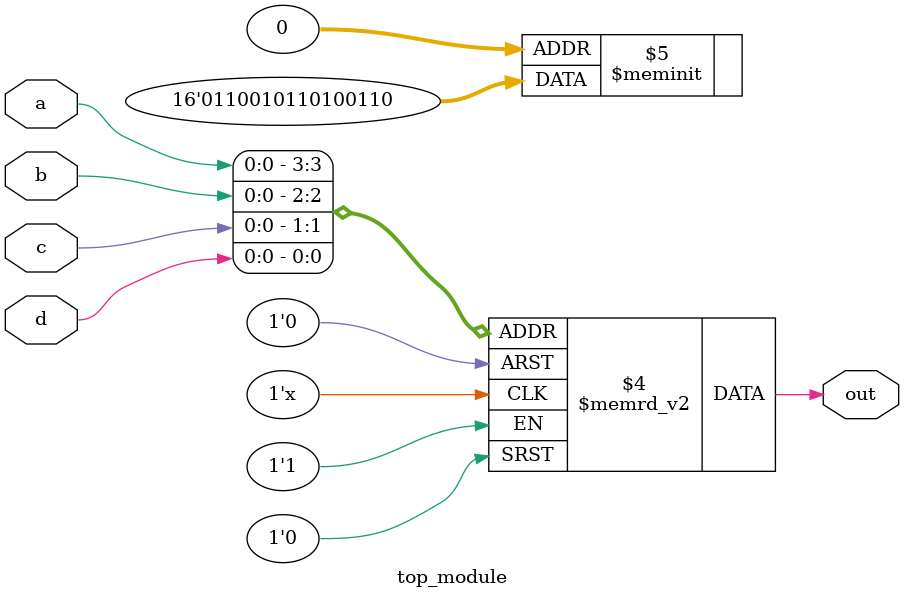
<source format=sv>
module top_module (
    input a, 
    input b,
    input c,
    input d,
    output reg out
);

    always @(*) begin
        case ({a, b, c, d})
            4'b0000: out = 1'b0;
            4'b0001: out = 1'b1;
            4'b0011: out = 1'b0;
            4'b0010: out = 1'b1;
            4'b0110: out = 1'b0;
            4'b0111: out = 1'b1;
            4'b0101: out = 1'b1;
            4'b0100: out = 1'b0;
            4'b1100: out = 1'b0;
            4'b1101: out = 1'b1;
            4'b1111: out = 1'b0;
            4'b1110: out = 1'b1;
            4'b1010: out = 1'b1;
            4'b1011: out = 1'b0;
            4'b1001: out = 1'b0;
            4'b1000: out = 1'b1;
        endcase
    end

endmodule

</source>
